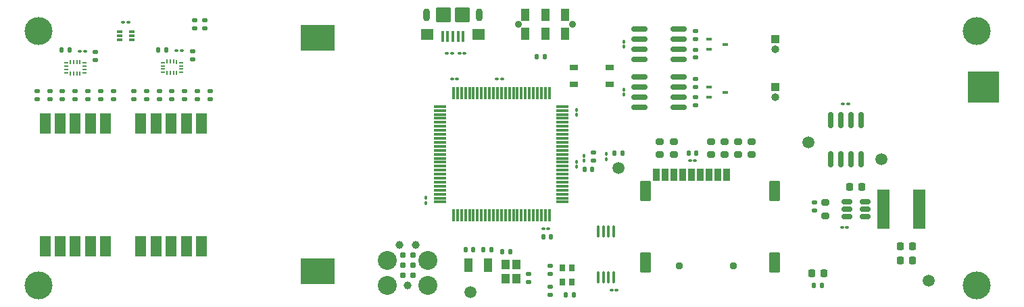
<source format=gts>
G04 #@! TF.GenerationSoftware,KiCad,Pcbnew,7.0.10-7.0.10~ubuntu22.04.1*
G04 #@! TF.CreationDate,2024-02-08T17:20:11-05:00*
G04 #@! TF.ProjectId,daughterBoard,64617567-6874-4657-9242-6f6172642e6b,rev?*
G04 #@! TF.SameCoordinates,Original*
G04 #@! TF.FileFunction,Soldermask,Top*
G04 #@! TF.FilePolarity,Negative*
%FSLAX46Y46*%
G04 Gerber Fmt 4.6, Leading zero omitted, Abs format (unit mm)*
G04 Created by KiCad (PCBNEW 7.0.10-7.0.10~ubuntu22.04.1) date 2024-02-08 17:20:11*
%MOMM*%
%LPD*%
G01*
G04 APERTURE LIST*
G04 Aperture macros list*
%AMRoundRect*
0 Rectangle with rounded corners*
0 $1 Rounding radius*
0 $2 $3 $4 $5 $6 $7 $8 $9 X,Y pos of 4 corners*
0 Add a 4 corners polygon primitive as box body*
4,1,4,$2,$3,$4,$5,$6,$7,$8,$9,$2,$3,0*
0 Add four circle primitives for the rounded corners*
1,1,$1+$1,$2,$3*
1,1,$1+$1,$4,$5*
1,1,$1+$1,$6,$7*
1,1,$1+$1,$8,$9*
0 Add four rect primitives between the rounded corners*
20,1,$1+$1,$2,$3,$4,$5,0*
20,1,$1+$1,$4,$5,$6,$7,0*
20,1,$1+$1,$6,$7,$8,$9,0*
20,1,$1+$1,$8,$9,$2,$3,0*%
G04 Aperture macros list end*
%ADD10R,0.200000X0.600000*%
%ADD11R,0.200000X0.500000*%
%ADD12R,0.500000X0.200000*%
%ADD13RoundRect,0.140000X0.140000X0.170000X-0.140000X0.170000X-0.140000X-0.170000X0.140000X-0.170000X0*%
%ADD14RoundRect,0.135000X-0.135000X-0.185000X0.135000X-0.185000X0.135000X0.185000X-0.135000X0.185000X0*%
%ADD15RoundRect,0.100000X-0.130000X-0.100000X0.130000X-0.100000X0.130000X0.100000X-0.130000X0.100000X0*%
%ADD16RoundRect,0.100000X0.130000X0.100000X-0.130000X0.100000X-0.130000X-0.100000X0.130000X-0.100000X0*%
%ADD17RoundRect,0.135000X0.185000X-0.135000X0.185000X0.135000X-0.185000X0.135000X-0.185000X-0.135000X0*%
%ADD18R,0.700000X0.450000*%
%ADD19RoundRect,0.200000X-0.275000X0.200000X-0.275000X-0.200000X0.275000X-0.200000X0.275000X0.200000X0*%
%ADD20C,3.500000*%
%ADD21RoundRect,0.135000X-0.185000X0.135000X-0.185000X-0.135000X0.185000X-0.135000X0.185000X0.135000X0*%
%ADD22RoundRect,0.140000X0.170000X-0.140000X0.170000X0.140000X-0.170000X0.140000X-0.170000X-0.140000X0*%
%ADD23RoundRect,0.150000X0.150000X-0.825000X0.150000X0.825000X-0.150000X0.825000X-0.150000X-0.825000X0*%
%ADD24R,1.000000X1.000000*%
%ADD25O,1.000000X1.000000*%
%ADD26R,1.400000X2.600000*%
%ADD27C,1.500000*%
%ADD28RoundRect,0.135000X0.135000X0.185000X-0.135000X0.185000X-0.135000X-0.185000X0.135000X-0.185000X0*%
%ADD29RoundRect,0.100000X-0.100000X0.130000X-0.100000X-0.130000X0.100000X-0.130000X0.100000X0.130000X0*%
%ADD30R,1.000000X1.800000*%
%ADD31C,0.900000*%
%ADD32R,1.000000X1.600000*%
%ADD33RoundRect,0.225000X0.225000X0.250000X-0.225000X0.250000X-0.225000X-0.250000X0.225000X-0.250000X0*%
%ADD34RoundRect,0.140000X-0.170000X0.140000X-0.170000X-0.140000X0.170000X-0.140000X0.170000X0.140000X0*%
%ADD35R,4.000000X4.000000*%
%ADD36RoundRect,0.100000X0.100000X-0.130000X0.100000X0.130000X-0.100000X0.130000X-0.100000X-0.130000X0*%
%ADD37C,0.950000*%
%ADD38RoundRect,0.102000X-0.310000X-0.700000X0.310000X-0.700000X0.310000X0.700000X-0.310000X0.700000X0*%
%ADD39RoundRect,0.102000X-0.550000X-1.200000X0.550000X-1.200000X0.550000X1.200000X-0.550000X1.200000X0*%
%ADD40R,1.000000X1.150000*%
%ADD41R,1.550000X4.900000*%
%ADD42RoundRect,0.218750X0.218750X0.256250X-0.218750X0.256250X-0.218750X-0.256250X0.218750X-0.256250X0*%
%ADD43R,0.700000X0.340000*%
%ADD44R,0.800000X0.900000*%
%ADD45C,2.374900*%
%ADD46C,0.990600*%
%ADD47C,0.787400*%
%ADD48RoundRect,0.150000X0.512500X0.150000X-0.512500X0.150000X-0.512500X-0.150000X0.512500X-0.150000X0*%
%ADD49R,4.200000X3.200000*%
%ADD50RoundRect,0.140000X-0.140000X-0.170000X0.140000X-0.170000X0.140000X0.170000X-0.140000X0.170000X0*%
%ADD51RoundRect,0.150000X-0.825000X-0.150000X0.825000X-0.150000X0.825000X0.150000X-0.825000X0.150000X0*%
%ADD52RoundRect,0.100000X0.100000X-0.637500X0.100000X0.637500X-0.100000X0.637500X-0.100000X-0.637500X0*%
%ADD53RoundRect,0.100000X0.100000X0.575000X-0.100000X0.575000X-0.100000X-0.575000X0.100000X-0.575000X0*%
%ADD54O,0.900000X1.600000*%
%ADD55RoundRect,0.250000X0.550000X0.450000X-0.550000X0.450000X-0.550000X-0.450000X0.550000X-0.450000X0*%
%ADD56RoundRect,0.250000X0.700000X0.700000X-0.700000X0.700000X-0.700000X-0.700000X0.700000X-0.700000X0*%
%ADD57RoundRect,0.075000X0.075000X-0.725000X0.075000X0.725000X-0.075000X0.725000X-0.075000X-0.725000X0*%
%ADD58RoundRect,0.075000X0.725000X-0.075000X0.725000X0.075000X-0.725000X0.075000X-0.725000X-0.075000X0*%
%ADD59R,1.000000X0.700000*%
G04 APERTURE END LIST*
D10*
X114835000Y-75925000D03*
D11*
X114435000Y-75875000D03*
X114035000Y-75875000D03*
X113635000Y-75875000D03*
D12*
X113110000Y-76000000D03*
X113110000Y-76400000D03*
X113110000Y-76800000D03*
X113110000Y-77200000D03*
D11*
X113635000Y-77325000D03*
X114035000Y-77325000D03*
X114435000Y-77325000D03*
X114835000Y-77325000D03*
D12*
X115360000Y-77200000D03*
X115360000Y-76800000D03*
X115360000Y-76400000D03*
X115360000Y-76000000D03*
D13*
X179905000Y-87350000D03*
X178945000Y-87350000D03*
D14*
X163540000Y-105125000D03*
X164560000Y-105125000D03*
D15*
X198180000Y-96700000D03*
X198820000Y-96700000D03*
D16*
X161370000Y-96825000D03*
X160730000Y-96825000D03*
D17*
X194750000Y-94575000D03*
X194750000Y-93555000D03*
D18*
X181525000Y-79055000D03*
X181525000Y-80355000D03*
X183525000Y-79705000D03*
D19*
X181725000Y-85925000D03*
X181725000Y-87575000D03*
D20*
X97500000Y-72000000D03*
D21*
X119035000Y-79590000D03*
X119035000Y-80610000D03*
D22*
X179825000Y-73035000D03*
X179825000Y-72075000D03*
D21*
X103725000Y-79580000D03*
X103725000Y-80600000D03*
D23*
X196745000Y-88125000D03*
X198015000Y-88125000D03*
X199285000Y-88125000D03*
X200555000Y-88125000D03*
X200555000Y-83175000D03*
X199285000Y-83175000D03*
X198015000Y-83175000D03*
X196745000Y-83175000D03*
D15*
X154930000Y-78050000D03*
X155570000Y-78050000D03*
D24*
X189850000Y-73055000D03*
D25*
X189850000Y-74325000D03*
D22*
X158900000Y-103500000D03*
X158900000Y-102540000D03*
D10*
X102725000Y-75975000D03*
D11*
X102325000Y-75925000D03*
X101925000Y-75925000D03*
X101525000Y-75925000D03*
D12*
X101000000Y-76050000D03*
X101000000Y-76450000D03*
X101000000Y-76850000D03*
X101000000Y-77250000D03*
D11*
X101525000Y-77375000D03*
X101925000Y-77375000D03*
X102325000Y-77375000D03*
X102725000Y-77375000D03*
D12*
X103250000Y-77250000D03*
X103250000Y-76850000D03*
X103250000Y-76450000D03*
X103250000Y-76050000D03*
D21*
X102125000Y-79590000D03*
X102125000Y-80610000D03*
D26*
X98335000Y-99050000D03*
X100235000Y-99050000D03*
X102135000Y-99050000D03*
X104035000Y-99050000D03*
X105935000Y-99050000D03*
X105935000Y-83650000D03*
X104035000Y-83650000D03*
X102135000Y-83650000D03*
X100235000Y-83650000D03*
X98335000Y-83650000D03*
D21*
X112635000Y-79590000D03*
X112635000Y-80610000D03*
D15*
X169280000Y-104550000D03*
X169920000Y-104550000D03*
D20*
X97500000Y-104000000D03*
D17*
X161650000Y-105185000D03*
X161650000Y-104165000D03*
D27*
X170150000Y-89200000D03*
D21*
X106925000Y-79580000D03*
X106925000Y-80600000D03*
D13*
X161710000Y-97850000D03*
X160750000Y-97850000D03*
D28*
X160970000Y-75250000D03*
X159950000Y-75250000D03*
D29*
X164950000Y-88430000D03*
X164950000Y-89070000D03*
X164950000Y-81930000D03*
X164950000Y-82570000D03*
D20*
X215000000Y-72000000D03*
D30*
X151350000Y-101400000D03*
X153850000Y-101400000D03*
D15*
X198305000Y-81175000D03*
X198945000Y-81175000D03*
D21*
X118355000Y-70695000D03*
X118355000Y-71715000D03*
D31*
X164400000Y-71200000D03*
X157600000Y-71200000D03*
D32*
X163500000Y-72400000D03*
X163500000Y-70000000D03*
X161000000Y-72400000D03*
X161000000Y-70000000D03*
X158500000Y-72400000D03*
X158500000Y-70000000D03*
D17*
X161650000Y-102535000D03*
X161650000Y-101515000D03*
D33*
X207000000Y-100825000D03*
X205450000Y-100825000D03*
D24*
X189850000Y-79050000D03*
D25*
X189850000Y-80320000D03*
D34*
X167050000Y-87320000D03*
X167050000Y-88280000D03*
D27*
X193950000Y-85975000D03*
D19*
X186825000Y-85925000D03*
X186825000Y-87575000D03*
D35*
X215900000Y-79100000D03*
D36*
X170875000Y-74025000D03*
X170875000Y-73385000D03*
D37*
X177750000Y-101517500D03*
X184550000Y-101517500D03*
D38*
X183730000Y-90097500D03*
X182630000Y-90097500D03*
X181530000Y-90097500D03*
X180430000Y-90097500D03*
X179330000Y-90097500D03*
X178230000Y-90097500D03*
X177130000Y-90097500D03*
X176030000Y-90097500D03*
D39*
X173550000Y-92097500D03*
X173550000Y-101097500D03*
X189700000Y-92097500D03*
X189700000Y-101097500D03*
D38*
X174930000Y-90097500D03*
D27*
X203100000Y-88125000D03*
D21*
X115835000Y-79580000D03*
X115835000Y-80600000D03*
D15*
X114815000Y-74500000D03*
X115455000Y-74500000D03*
D20*
X215000000Y-104000000D03*
D27*
X151650000Y-104800000D03*
D40*
X156000000Y-101325000D03*
X156000000Y-103075000D03*
X157400000Y-103075000D03*
X157400000Y-101325000D03*
D26*
X110335000Y-99050000D03*
X112235000Y-99050000D03*
X114135000Y-99050000D03*
X116035000Y-99050000D03*
X117935000Y-99050000D03*
X117935000Y-83650000D03*
X116035000Y-83650000D03*
X114135000Y-83650000D03*
X112235000Y-83650000D03*
X110335000Y-83650000D03*
D41*
X203350000Y-94400000D03*
X207800000Y-94400000D03*
D21*
X100525000Y-79590000D03*
X100525000Y-80610000D03*
D42*
X195937500Y-102450000D03*
X194362500Y-102450000D03*
D18*
X181525000Y-73055000D03*
X181525000Y-74355000D03*
X183525000Y-73705000D03*
D15*
X108105000Y-70925000D03*
X108745000Y-70925000D03*
D43*
X109175000Y-73125000D03*
X109175000Y-72625000D03*
X109175000Y-72125000D03*
X107675000Y-72125000D03*
X107675000Y-72625000D03*
X107675000Y-73125000D03*
D28*
X170710000Y-87350000D03*
X169690000Y-87350000D03*
D44*
X164300000Y-101775000D03*
X163100000Y-101775000D03*
X163100000Y-103575000D03*
X164300000Y-103575000D03*
D21*
X97325000Y-79580000D03*
X97325000Y-80600000D03*
D45*
X141210000Y-103970000D03*
D46*
X143750000Y-103970000D03*
D45*
X146290000Y-103970000D03*
X141210000Y-100795000D03*
X146290000Y-100795000D03*
D46*
X142734000Y-98890000D03*
X144766000Y-98890000D03*
D47*
X144385000Y-102700000D03*
X143115000Y-102700000D03*
X144385000Y-101430000D03*
X143115000Y-101430000D03*
X144385000Y-100160000D03*
X143115000Y-100160000D03*
D36*
X170875000Y-80025000D03*
X170875000Y-79385000D03*
D21*
X105325000Y-79580000D03*
X105325000Y-80600000D03*
D29*
X165850000Y-87680000D03*
X165850000Y-88320000D03*
D48*
X201050000Y-95350000D03*
X201050000Y-94400000D03*
X201050000Y-93450000D03*
X198775000Y-93450000D03*
X198775000Y-94400000D03*
X198775000Y-95350000D03*
D33*
X200675000Y-91600000D03*
X199125000Y-91600000D03*
D49*
X132500000Y-102150000D03*
X132500000Y-72850000D03*
D16*
X150870000Y-74840000D03*
X150230000Y-74840000D03*
D50*
X155620000Y-99750000D03*
X156580000Y-99750000D03*
D19*
X175350000Y-85925000D03*
X175350000Y-87575000D03*
D21*
X109435000Y-79590000D03*
X109435000Y-80610000D03*
D28*
X101385000Y-74450000D03*
X100365000Y-74450000D03*
D15*
X102705000Y-74550000D03*
X103345000Y-74550000D03*
D28*
X195672500Y-104000000D03*
X194652500Y-104000000D03*
X113495000Y-74400000D03*
X112475000Y-74400000D03*
D19*
X177125000Y-85925000D03*
X177125000Y-87575000D03*
D29*
X168625000Y-87480000D03*
X168625000Y-88120000D03*
D19*
X196100000Y-93575000D03*
X196100000Y-95225000D03*
D17*
X104675000Y-75660000D03*
X104675000Y-74640000D03*
D27*
X209025000Y-103325000D03*
D51*
X172750000Y-77800000D03*
X172750000Y-79070000D03*
X172750000Y-80340000D03*
X172750000Y-81610000D03*
X177700000Y-81610000D03*
X177700000Y-80340000D03*
X177700000Y-79070000D03*
X177700000Y-77800000D03*
D52*
X167625000Y-102912500D03*
X168275000Y-102912500D03*
X168925000Y-102912500D03*
X169575000Y-102912500D03*
X169575000Y-97187500D03*
X168925000Y-97187500D03*
X168275000Y-97187500D03*
X167625000Y-97187500D03*
D36*
X146050000Y-93590000D03*
X146050000Y-92950000D03*
D34*
X179825000Y-74375000D03*
X179825000Y-75335000D03*
D16*
X179740000Y-88325000D03*
X179100000Y-88325000D03*
D21*
X98925000Y-79580000D03*
X98925000Y-80600000D03*
X117050000Y-70690000D03*
X117050000Y-71710000D03*
D50*
X153270000Y-99500000D03*
X154230000Y-99500000D03*
D15*
X148665000Y-74840000D03*
X149305000Y-74840000D03*
D21*
X114235000Y-79590000D03*
X114235000Y-80610000D03*
D19*
X185125000Y-85925000D03*
X185125000Y-87575000D03*
D53*
X150725000Y-72675000D03*
X150075000Y-72675000D03*
X149425000Y-72675000D03*
X148775000Y-72675000D03*
X148125000Y-72675000D03*
D54*
X152725000Y-70000000D03*
D55*
X152625000Y-72450000D03*
D56*
X150625000Y-70000000D03*
X148225000Y-70000000D03*
D55*
X146225000Y-72450000D03*
D54*
X146125000Y-70000000D03*
D50*
X151000000Y-99500000D03*
X151960000Y-99500000D03*
D17*
X116785000Y-75610000D03*
X116785000Y-74590000D03*
D15*
X149305000Y-78050000D03*
X149945000Y-78050000D03*
D33*
X207000000Y-99025000D03*
X205450000Y-99025000D03*
D34*
X179825000Y-80375000D03*
X179825000Y-81335000D03*
D21*
X117435000Y-79590000D03*
X117435000Y-80610000D03*
D19*
X183425000Y-85925000D03*
X183425000Y-87575000D03*
D22*
X179825000Y-79035000D03*
X179825000Y-78075000D03*
D57*
X149500000Y-95175000D03*
X150000000Y-95175000D03*
X150500000Y-95175000D03*
X151000000Y-95175000D03*
X151500000Y-95175000D03*
X152000000Y-95175000D03*
X152500000Y-95175000D03*
X153000000Y-95175000D03*
X153500000Y-95175000D03*
X154000000Y-95175000D03*
X154500000Y-95175000D03*
X155000000Y-95175000D03*
X155500000Y-95175000D03*
X156000000Y-95175000D03*
X156500000Y-95175000D03*
X157000000Y-95175000D03*
X157500000Y-95175000D03*
X158000000Y-95175000D03*
X158500000Y-95175000D03*
X159000000Y-95175000D03*
X159500000Y-95175000D03*
X160000000Y-95175000D03*
X160500000Y-95175000D03*
X161000000Y-95175000D03*
X161500000Y-95175000D03*
D58*
X163175000Y-93500000D03*
X163175000Y-93000000D03*
X163175000Y-92500000D03*
X163175000Y-92000000D03*
X163175000Y-91500000D03*
X163175000Y-91000000D03*
X163175000Y-90500000D03*
X163175000Y-90000000D03*
X163175000Y-89500000D03*
X163175000Y-89000000D03*
X163175000Y-88500000D03*
X163175000Y-88000000D03*
X163175000Y-87500000D03*
X163175000Y-87000000D03*
X163175000Y-86500000D03*
X163175000Y-86000000D03*
X163175000Y-85500000D03*
X163175000Y-85000000D03*
X163175000Y-84500000D03*
X163175000Y-84000000D03*
X163175000Y-83500000D03*
X163175000Y-83000000D03*
X163175000Y-82500000D03*
X163175000Y-82000000D03*
X163175000Y-81500000D03*
D57*
X161500000Y-79825000D03*
X161000000Y-79825000D03*
X160500000Y-79825000D03*
X160000000Y-79825000D03*
X159500000Y-79825000D03*
X159000000Y-79825000D03*
X158500000Y-79825000D03*
X158000000Y-79825000D03*
X157500000Y-79825000D03*
X157000000Y-79825000D03*
X156500000Y-79825000D03*
X156000000Y-79825000D03*
X155500000Y-79825000D03*
X155000000Y-79825000D03*
X154500000Y-79825000D03*
X154000000Y-79825000D03*
X153500000Y-79825000D03*
X153000000Y-79825000D03*
X152500000Y-79825000D03*
X152000000Y-79825000D03*
X151500000Y-79825000D03*
X151000000Y-79825000D03*
X150500000Y-79825000D03*
X150000000Y-79825000D03*
X149500000Y-79825000D03*
D58*
X147825000Y-81500000D03*
X147825000Y-82000000D03*
X147825000Y-82500000D03*
X147825000Y-83000000D03*
X147825000Y-83500000D03*
X147825000Y-84000000D03*
X147825000Y-84500000D03*
X147825000Y-85000000D03*
X147825000Y-85500000D03*
X147825000Y-86000000D03*
X147825000Y-86500000D03*
X147825000Y-87000000D03*
X147825000Y-87500000D03*
X147825000Y-88000000D03*
X147825000Y-88500000D03*
X147825000Y-89000000D03*
X147825000Y-89500000D03*
X147825000Y-90000000D03*
X147825000Y-90500000D03*
X147825000Y-91000000D03*
X147825000Y-91500000D03*
X147825000Y-92000000D03*
X147825000Y-92500000D03*
X147825000Y-93000000D03*
X147825000Y-93500000D03*
D21*
X111035000Y-79590000D03*
X111035000Y-80610000D03*
D59*
X164550000Y-76575000D03*
X169050000Y-76575000D03*
X164550000Y-78725000D03*
X169050000Y-78725000D03*
D50*
X165920000Y-89400000D03*
X166880000Y-89400000D03*
D51*
X172750000Y-71800000D03*
X172750000Y-73070000D03*
X172750000Y-74340000D03*
X172750000Y-75610000D03*
X177700000Y-75610000D03*
X177700000Y-74340000D03*
X177700000Y-73070000D03*
X177700000Y-71800000D03*
M02*

</source>
